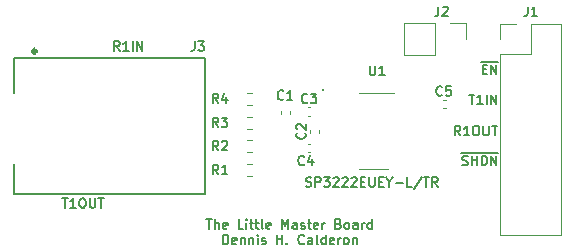
<source format=gbr>
%TF.GenerationSoftware,KiCad,Pcbnew,7.0.7*%
%TF.CreationDate,2023-09-21T17:56:25-04:00*%
%TF.ProjectId,Little_Master_Board,4c697474-6c65-45f4-9d61-737465725f42,rev?*%
%TF.SameCoordinates,Original*%
%TF.FileFunction,Legend,Top*%
%TF.FilePolarity,Positive*%
%FSLAX46Y46*%
G04 Gerber Fmt 4.6, Leading zero omitted, Abs format (unit mm)*
G04 Created by KiCad (PCBNEW 7.0.7) date 2023-09-21 17:56:25*
%MOMM*%
%LPD*%
G01*
G04 APERTURE LIST*
%ADD10C,0.150000*%
%ADD11C,0.120000*%
%ADD12C,0.100000*%
%ADD13C,0.340000*%
%ADD14C,0.127000*%
G04 APERTURE END LIST*
D10*
X120431103Y-62556095D02*
X120164436Y-62175142D01*
X119973960Y-62556095D02*
X119973960Y-61756095D01*
X119973960Y-61756095D02*
X120278722Y-61756095D01*
X120278722Y-61756095D02*
X120354912Y-61794190D01*
X120354912Y-61794190D02*
X120393007Y-61832285D01*
X120393007Y-61832285D02*
X120431103Y-61908476D01*
X120431103Y-61908476D02*
X120431103Y-62022761D01*
X120431103Y-62022761D02*
X120393007Y-62098952D01*
X120393007Y-62098952D02*
X120354912Y-62137047D01*
X120354912Y-62137047D02*
X120278722Y-62175142D01*
X120278722Y-62175142D02*
X119973960Y-62175142D01*
X121193007Y-62556095D02*
X120735864Y-62556095D01*
X120964436Y-62556095D02*
X120964436Y-61756095D01*
X120964436Y-61756095D02*
X120888245Y-61870380D01*
X120888245Y-61870380D02*
X120812055Y-61946571D01*
X120812055Y-61946571D02*
X120735864Y-61984666D01*
X121535865Y-62556095D02*
X121535865Y-61756095D01*
X121916817Y-62556095D02*
X121916817Y-61756095D01*
X121916817Y-61756095D02*
X122373960Y-62556095D01*
X122373960Y-62556095D02*
X122373960Y-61756095D01*
X150022017Y-66277295D02*
X150479160Y-66277295D01*
X150250588Y-67077295D02*
X150250588Y-66277295D01*
X151164874Y-67077295D02*
X150707731Y-67077295D01*
X150936303Y-67077295D02*
X150936303Y-66277295D01*
X150936303Y-66277295D02*
X150860112Y-66391580D01*
X150860112Y-66391580D02*
X150783922Y-66467771D01*
X150783922Y-66467771D02*
X150707731Y-66505866D01*
X151507732Y-67077295D02*
X151507732Y-66277295D01*
X151888684Y-67077295D02*
X151888684Y-66277295D01*
X151888684Y-66277295D02*
X152345827Y-67077295D01*
X152345827Y-67077295D02*
X152345827Y-66277295D01*
X151165160Y-64128997D02*
X151431826Y-64128997D01*
X151546112Y-64548045D02*
X151165160Y-64548045D01*
X151165160Y-64548045D02*
X151165160Y-63748045D01*
X151165160Y-63748045D02*
X151546112Y-63748045D01*
X151888970Y-64548045D02*
X151888970Y-63748045D01*
X151888970Y-63748045D02*
X152346113Y-64548045D01*
X152346113Y-64548045D02*
X152346113Y-63748045D01*
X151054684Y-63525950D02*
X152456589Y-63525950D01*
X127781932Y-76851095D02*
X128239075Y-76851095D01*
X128010503Y-77651095D02*
X128010503Y-76851095D01*
X128505742Y-77651095D02*
X128505742Y-76851095D01*
X128848599Y-77651095D02*
X128848599Y-77232047D01*
X128848599Y-77232047D02*
X128810504Y-77155857D01*
X128810504Y-77155857D02*
X128734313Y-77117761D01*
X128734313Y-77117761D02*
X128620027Y-77117761D01*
X128620027Y-77117761D02*
X128543837Y-77155857D01*
X128543837Y-77155857D02*
X128505742Y-77193952D01*
X129534314Y-77613000D02*
X129458123Y-77651095D01*
X129458123Y-77651095D02*
X129305742Y-77651095D01*
X129305742Y-77651095D02*
X129229552Y-77613000D01*
X129229552Y-77613000D02*
X129191456Y-77536809D01*
X129191456Y-77536809D02*
X129191456Y-77232047D01*
X129191456Y-77232047D02*
X129229552Y-77155857D01*
X129229552Y-77155857D02*
X129305742Y-77117761D01*
X129305742Y-77117761D02*
X129458123Y-77117761D01*
X129458123Y-77117761D02*
X129534314Y-77155857D01*
X129534314Y-77155857D02*
X129572409Y-77232047D01*
X129572409Y-77232047D02*
X129572409Y-77308238D01*
X129572409Y-77308238D02*
X129191456Y-77384428D01*
X130905742Y-77651095D02*
X130524790Y-77651095D01*
X130524790Y-77651095D02*
X130524790Y-76851095D01*
X131172409Y-77651095D02*
X131172409Y-77117761D01*
X131172409Y-76851095D02*
X131134313Y-76889190D01*
X131134313Y-76889190D02*
X131172409Y-76927285D01*
X131172409Y-76927285D02*
X131210504Y-76889190D01*
X131210504Y-76889190D02*
X131172409Y-76851095D01*
X131172409Y-76851095D02*
X131172409Y-76927285D01*
X131439075Y-77117761D02*
X131743837Y-77117761D01*
X131553361Y-76851095D02*
X131553361Y-77536809D01*
X131553361Y-77536809D02*
X131591456Y-77613000D01*
X131591456Y-77613000D02*
X131667646Y-77651095D01*
X131667646Y-77651095D02*
X131743837Y-77651095D01*
X131896218Y-77117761D02*
X132200980Y-77117761D01*
X132010504Y-76851095D02*
X132010504Y-77536809D01*
X132010504Y-77536809D02*
X132048599Y-77613000D01*
X132048599Y-77613000D02*
X132124789Y-77651095D01*
X132124789Y-77651095D02*
X132200980Y-77651095D01*
X132581932Y-77651095D02*
X132505742Y-77613000D01*
X132505742Y-77613000D02*
X132467647Y-77536809D01*
X132467647Y-77536809D02*
X132467647Y-76851095D01*
X133191457Y-77613000D02*
X133115266Y-77651095D01*
X133115266Y-77651095D02*
X132962885Y-77651095D01*
X132962885Y-77651095D02*
X132886695Y-77613000D01*
X132886695Y-77613000D02*
X132848599Y-77536809D01*
X132848599Y-77536809D02*
X132848599Y-77232047D01*
X132848599Y-77232047D02*
X132886695Y-77155857D01*
X132886695Y-77155857D02*
X132962885Y-77117761D01*
X132962885Y-77117761D02*
X133115266Y-77117761D01*
X133115266Y-77117761D02*
X133191457Y-77155857D01*
X133191457Y-77155857D02*
X133229552Y-77232047D01*
X133229552Y-77232047D02*
X133229552Y-77308238D01*
X133229552Y-77308238D02*
X132848599Y-77384428D01*
X134181933Y-77651095D02*
X134181933Y-76851095D01*
X134181933Y-76851095D02*
X134448599Y-77422523D01*
X134448599Y-77422523D02*
X134715266Y-76851095D01*
X134715266Y-76851095D02*
X134715266Y-77651095D01*
X135439076Y-77651095D02*
X135439076Y-77232047D01*
X135439076Y-77232047D02*
X135400981Y-77155857D01*
X135400981Y-77155857D02*
X135324790Y-77117761D01*
X135324790Y-77117761D02*
X135172409Y-77117761D01*
X135172409Y-77117761D02*
X135096219Y-77155857D01*
X135439076Y-77613000D02*
X135362885Y-77651095D01*
X135362885Y-77651095D02*
X135172409Y-77651095D01*
X135172409Y-77651095D02*
X135096219Y-77613000D01*
X135096219Y-77613000D02*
X135058123Y-77536809D01*
X135058123Y-77536809D02*
X135058123Y-77460619D01*
X135058123Y-77460619D02*
X135096219Y-77384428D01*
X135096219Y-77384428D02*
X135172409Y-77346333D01*
X135172409Y-77346333D02*
X135362885Y-77346333D01*
X135362885Y-77346333D02*
X135439076Y-77308238D01*
X135781933Y-77613000D02*
X135858124Y-77651095D01*
X135858124Y-77651095D02*
X136010505Y-77651095D01*
X136010505Y-77651095D02*
X136086695Y-77613000D01*
X136086695Y-77613000D02*
X136124791Y-77536809D01*
X136124791Y-77536809D02*
X136124791Y-77498714D01*
X136124791Y-77498714D02*
X136086695Y-77422523D01*
X136086695Y-77422523D02*
X136010505Y-77384428D01*
X136010505Y-77384428D02*
X135896219Y-77384428D01*
X135896219Y-77384428D02*
X135820029Y-77346333D01*
X135820029Y-77346333D02*
X135781933Y-77270142D01*
X135781933Y-77270142D02*
X135781933Y-77232047D01*
X135781933Y-77232047D02*
X135820029Y-77155857D01*
X135820029Y-77155857D02*
X135896219Y-77117761D01*
X135896219Y-77117761D02*
X136010505Y-77117761D01*
X136010505Y-77117761D02*
X136086695Y-77155857D01*
X136353362Y-77117761D02*
X136658124Y-77117761D01*
X136467648Y-76851095D02*
X136467648Y-77536809D01*
X136467648Y-77536809D02*
X136505743Y-77613000D01*
X136505743Y-77613000D02*
X136581933Y-77651095D01*
X136581933Y-77651095D02*
X136658124Y-77651095D01*
X137229553Y-77613000D02*
X137153362Y-77651095D01*
X137153362Y-77651095D02*
X137000981Y-77651095D01*
X137000981Y-77651095D02*
X136924791Y-77613000D01*
X136924791Y-77613000D02*
X136886695Y-77536809D01*
X136886695Y-77536809D02*
X136886695Y-77232047D01*
X136886695Y-77232047D02*
X136924791Y-77155857D01*
X136924791Y-77155857D02*
X137000981Y-77117761D01*
X137000981Y-77117761D02*
X137153362Y-77117761D01*
X137153362Y-77117761D02*
X137229553Y-77155857D01*
X137229553Y-77155857D02*
X137267648Y-77232047D01*
X137267648Y-77232047D02*
X137267648Y-77308238D01*
X137267648Y-77308238D02*
X136886695Y-77384428D01*
X137610505Y-77651095D02*
X137610505Y-77117761D01*
X137610505Y-77270142D02*
X137648600Y-77193952D01*
X137648600Y-77193952D02*
X137686695Y-77155857D01*
X137686695Y-77155857D02*
X137762886Y-77117761D01*
X137762886Y-77117761D02*
X137839076Y-77117761D01*
X138981933Y-77232047D02*
X139096219Y-77270142D01*
X139096219Y-77270142D02*
X139134314Y-77308238D01*
X139134314Y-77308238D02*
X139172410Y-77384428D01*
X139172410Y-77384428D02*
X139172410Y-77498714D01*
X139172410Y-77498714D02*
X139134314Y-77574904D01*
X139134314Y-77574904D02*
X139096219Y-77613000D01*
X139096219Y-77613000D02*
X139020029Y-77651095D01*
X139020029Y-77651095D02*
X138715267Y-77651095D01*
X138715267Y-77651095D02*
X138715267Y-76851095D01*
X138715267Y-76851095D02*
X138981933Y-76851095D01*
X138981933Y-76851095D02*
X139058124Y-76889190D01*
X139058124Y-76889190D02*
X139096219Y-76927285D01*
X139096219Y-76927285D02*
X139134314Y-77003476D01*
X139134314Y-77003476D02*
X139134314Y-77079666D01*
X139134314Y-77079666D02*
X139096219Y-77155857D01*
X139096219Y-77155857D02*
X139058124Y-77193952D01*
X139058124Y-77193952D02*
X138981933Y-77232047D01*
X138981933Y-77232047D02*
X138715267Y-77232047D01*
X139629552Y-77651095D02*
X139553362Y-77613000D01*
X139553362Y-77613000D02*
X139515267Y-77574904D01*
X139515267Y-77574904D02*
X139477171Y-77498714D01*
X139477171Y-77498714D02*
X139477171Y-77270142D01*
X139477171Y-77270142D02*
X139515267Y-77193952D01*
X139515267Y-77193952D02*
X139553362Y-77155857D01*
X139553362Y-77155857D02*
X139629552Y-77117761D01*
X139629552Y-77117761D02*
X139743838Y-77117761D01*
X139743838Y-77117761D02*
X139820029Y-77155857D01*
X139820029Y-77155857D02*
X139858124Y-77193952D01*
X139858124Y-77193952D02*
X139896219Y-77270142D01*
X139896219Y-77270142D02*
X139896219Y-77498714D01*
X139896219Y-77498714D02*
X139858124Y-77574904D01*
X139858124Y-77574904D02*
X139820029Y-77613000D01*
X139820029Y-77613000D02*
X139743838Y-77651095D01*
X139743838Y-77651095D02*
X139629552Y-77651095D01*
X140581934Y-77651095D02*
X140581934Y-77232047D01*
X140581934Y-77232047D02*
X140543839Y-77155857D01*
X140543839Y-77155857D02*
X140467648Y-77117761D01*
X140467648Y-77117761D02*
X140315267Y-77117761D01*
X140315267Y-77117761D02*
X140239077Y-77155857D01*
X140581934Y-77613000D02*
X140505743Y-77651095D01*
X140505743Y-77651095D02*
X140315267Y-77651095D01*
X140315267Y-77651095D02*
X140239077Y-77613000D01*
X140239077Y-77613000D02*
X140200981Y-77536809D01*
X140200981Y-77536809D02*
X140200981Y-77460619D01*
X140200981Y-77460619D02*
X140239077Y-77384428D01*
X140239077Y-77384428D02*
X140315267Y-77346333D01*
X140315267Y-77346333D02*
X140505743Y-77346333D01*
X140505743Y-77346333D02*
X140581934Y-77308238D01*
X140962887Y-77651095D02*
X140962887Y-77117761D01*
X140962887Y-77270142D02*
X141000982Y-77193952D01*
X141000982Y-77193952D02*
X141039077Y-77155857D01*
X141039077Y-77155857D02*
X141115268Y-77117761D01*
X141115268Y-77117761D02*
X141191458Y-77117761D01*
X141800982Y-77651095D02*
X141800982Y-76851095D01*
X141800982Y-77613000D02*
X141724791Y-77651095D01*
X141724791Y-77651095D02*
X141572410Y-77651095D01*
X141572410Y-77651095D02*
X141496220Y-77613000D01*
X141496220Y-77613000D02*
X141458125Y-77574904D01*
X141458125Y-77574904D02*
X141420029Y-77498714D01*
X141420029Y-77498714D02*
X141420029Y-77270142D01*
X141420029Y-77270142D02*
X141458125Y-77193952D01*
X141458125Y-77193952D02*
X141496220Y-77155857D01*
X141496220Y-77155857D02*
X141572410Y-77117761D01*
X141572410Y-77117761D02*
X141724791Y-77117761D01*
X141724791Y-77117761D02*
X141800982Y-77155857D01*
X129191456Y-78939095D02*
X129191456Y-78139095D01*
X129191456Y-78139095D02*
X129381932Y-78139095D01*
X129381932Y-78139095D02*
X129496218Y-78177190D01*
X129496218Y-78177190D02*
X129572408Y-78253380D01*
X129572408Y-78253380D02*
X129610503Y-78329571D01*
X129610503Y-78329571D02*
X129648599Y-78481952D01*
X129648599Y-78481952D02*
X129648599Y-78596238D01*
X129648599Y-78596238D02*
X129610503Y-78748619D01*
X129610503Y-78748619D02*
X129572408Y-78824809D01*
X129572408Y-78824809D02*
X129496218Y-78901000D01*
X129496218Y-78901000D02*
X129381932Y-78939095D01*
X129381932Y-78939095D02*
X129191456Y-78939095D01*
X130296218Y-78901000D02*
X130220027Y-78939095D01*
X130220027Y-78939095D02*
X130067646Y-78939095D01*
X130067646Y-78939095D02*
X129991456Y-78901000D01*
X129991456Y-78901000D02*
X129953360Y-78824809D01*
X129953360Y-78824809D02*
X129953360Y-78520047D01*
X129953360Y-78520047D02*
X129991456Y-78443857D01*
X129991456Y-78443857D02*
X130067646Y-78405761D01*
X130067646Y-78405761D02*
X130220027Y-78405761D01*
X130220027Y-78405761D02*
X130296218Y-78443857D01*
X130296218Y-78443857D02*
X130334313Y-78520047D01*
X130334313Y-78520047D02*
X130334313Y-78596238D01*
X130334313Y-78596238D02*
X129953360Y-78672428D01*
X130677170Y-78405761D02*
X130677170Y-78939095D01*
X130677170Y-78481952D02*
X130715265Y-78443857D01*
X130715265Y-78443857D02*
X130791455Y-78405761D01*
X130791455Y-78405761D02*
X130905741Y-78405761D01*
X130905741Y-78405761D02*
X130981932Y-78443857D01*
X130981932Y-78443857D02*
X131020027Y-78520047D01*
X131020027Y-78520047D02*
X131020027Y-78939095D01*
X131400980Y-78405761D02*
X131400980Y-78939095D01*
X131400980Y-78481952D02*
X131439075Y-78443857D01*
X131439075Y-78443857D02*
X131515265Y-78405761D01*
X131515265Y-78405761D02*
X131629551Y-78405761D01*
X131629551Y-78405761D02*
X131705742Y-78443857D01*
X131705742Y-78443857D02*
X131743837Y-78520047D01*
X131743837Y-78520047D02*
X131743837Y-78939095D01*
X132124790Y-78939095D02*
X132124790Y-78405761D01*
X132124790Y-78139095D02*
X132086694Y-78177190D01*
X132086694Y-78177190D02*
X132124790Y-78215285D01*
X132124790Y-78215285D02*
X132162885Y-78177190D01*
X132162885Y-78177190D02*
X132124790Y-78139095D01*
X132124790Y-78139095D02*
X132124790Y-78215285D01*
X132467646Y-78901000D02*
X132543837Y-78939095D01*
X132543837Y-78939095D02*
X132696218Y-78939095D01*
X132696218Y-78939095D02*
X132772408Y-78901000D01*
X132772408Y-78901000D02*
X132810504Y-78824809D01*
X132810504Y-78824809D02*
X132810504Y-78786714D01*
X132810504Y-78786714D02*
X132772408Y-78710523D01*
X132772408Y-78710523D02*
X132696218Y-78672428D01*
X132696218Y-78672428D02*
X132581932Y-78672428D01*
X132581932Y-78672428D02*
X132505742Y-78634333D01*
X132505742Y-78634333D02*
X132467646Y-78558142D01*
X132467646Y-78558142D02*
X132467646Y-78520047D01*
X132467646Y-78520047D02*
X132505742Y-78443857D01*
X132505742Y-78443857D02*
X132581932Y-78405761D01*
X132581932Y-78405761D02*
X132696218Y-78405761D01*
X132696218Y-78405761D02*
X132772408Y-78443857D01*
X133762885Y-78939095D02*
X133762885Y-78139095D01*
X133762885Y-78520047D02*
X134220028Y-78520047D01*
X134220028Y-78939095D02*
X134220028Y-78139095D01*
X134600980Y-78862904D02*
X134639075Y-78901000D01*
X134639075Y-78901000D02*
X134600980Y-78939095D01*
X134600980Y-78939095D02*
X134562884Y-78901000D01*
X134562884Y-78901000D02*
X134600980Y-78862904D01*
X134600980Y-78862904D02*
X134600980Y-78939095D01*
X136048599Y-78862904D02*
X136010503Y-78901000D01*
X136010503Y-78901000D02*
X135896218Y-78939095D01*
X135896218Y-78939095D02*
X135820027Y-78939095D01*
X135820027Y-78939095D02*
X135705741Y-78901000D01*
X135705741Y-78901000D02*
X135629551Y-78824809D01*
X135629551Y-78824809D02*
X135591456Y-78748619D01*
X135591456Y-78748619D02*
X135553360Y-78596238D01*
X135553360Y-78596238D02*
X135553360Y-78481952D01*
X135553360Y-78481952D02*
X135591456Y-78329571D01*
X135591456Y-78329571D02*
X135629551Y-78253380D01*
X135629551Y-78253380D02*
X135705741Y-78177190D01*
X135705741Y-78177190D02*
X135820027Y-78139095D01*
X135820027Y-78139095D02*
X135896218Y-78139095D01*
X135896218Y-78139095D02*
X136010503Y-78177190D01*
X136010503Y-78177190D02*
X136048599Y-78215285D01*
X136734313Y-78939095D02*
X136734313Y-78520047D01*
X136734313Y-78520047D02*
X136696218Y-78443857D01*
X136696218Y-78443857D02*
X136620027Y-78405761D01*
X136620027Y-78405761D02*
X136467646Y-78405761D01*
X136467646Y-78405761D02*
X136391456Y-78443857D01*
X136734313Y-78901000D02*
X136658122Y-78939095D01*
X136658122Y-78939095D02*
X136467646Y-78939095D01*
X136467646Y-78939095D02*
X136391456Y-78901000D01*
X136391456Y-78901000D02*
X136353360Y-78824809D01*
X136353360Y-78824809D02*
X136353360Y-78748619D01*
X136353360Y-78748619D02*
X136391456Y-78672428D01*
X136391456Y-78672428D02*
X136467646Y-78634333D01*
X136467646Y-78634333D02*
X136658122Y-78634333D01*
X136658122Y-78634333D02*
X136734313Y-78596238D01*
X137229551Y-78939095D02*
X137153361Y-78901000D01*
X137153361Y-78901000D02*
X137115266Y-78824809D01*
X137115266Y-78824809D02*
X137115266Y-78139095D01*
X137877171Y-78939095D02*
X137877171Y-78139095D01*
X137877171Y-78901000D02*
X137800980Y-78939095D01*
X137800980Y-78939095D02*
X137648599Y-78939095D01*
X137648599Y-78939095D02*
X137572409Y-78901000D01*
X137572409Y-78901000D02*
X137534314Y-78862904D01*
X137534314Y-78862904D02*
X137496218Y-78786714D01*
X137496218Y-78786714D02*
X137496218Y-78558142D01*
X137496218Y-78558142D02*
X137534314Y-78481952D01*
X137534314Y-78481952D02*
X137572409Y-78443857D01*
X137572409Y-78443857D02*
X137648599Y-78405761D01*
X137648599Y-78405761D02*
X137800980Y-78405761D01*
X137800980Y-78405761D02*
X137877171Y-78443857D01*
X138562886Y-78901000D02*
X138486695Y-78939095D01*
X138486695Y-78939095D02*
X138334314Y-78939095D01*
X138334314Y-78939095D02*
X138258124Y-78901000D01*
X138258124Y-78901000D02*
X138220028Y-78824809D01*
X138220028Y-78824809D02*
X138220028Y-78520047D01*
X138220028Y-78520047D02*
X138258124Y-78443857D01*
X138258124Y-78443857D02*
X138334314Y-78405761D01*
X138334314Y-78405761D02*
X138486695Y-78405761D01*
X138486695Y-78405761D02*
X138562886Y-78443857D01*
X138562886Y-78443857D02*
X138600981Y-78520047D01*
X138600981Y-78520047D02*
X138600981Y-78596238D01*
X138600981Y-78596238D02*
X138220028Y-78672428D01*
X138943838Y-78939095D02*
X138943838Y-78405761D01*
X138943838Y-78558142D02*
X138981933Y-78481952D01*
X138981933Y-78481952D02*
X139020028Y-78443857D01*
X139020028Y-78443857D02*
X139096219Y-78405761D01*
X139096219Y-78405761D02*
X139172409Y-78405761D01*
X139553361Y-78939095D02*
X139477171Y-78901000D01*
X139477171Y-78901000D02*
X139439076Y-78862904D01*
X139439076Y-78862904D02*
X139400980Y-78786714D01*
X139400980Y-78786714D02*
X139400980Y-78558142D01*
X139400980Y-78558142D02*
X139439076Y-78481952D01*
X139439076Y-78481952D02*
X139477171Y-78443857D01*
X139477171Y-78443857D02*
X139553361Y-78405761D01*
X139553361Y-78405761D02*
X139667647Y-78405761D01*
X139667647Y-78405761D02*
X139743838Y-78443857D01*
X139743838Y-78443857D02*
X139781933Y-78481952D01*
X139781933Y-78481952D02*
X139820028Y-78558142D01*
X139820028Y-78558142D02*
X139820028Y-78786714D01*
X139820028Y-78786714D02*
X139781933Y-78862904D01*
X139781933Y-78862904D02*
X139743838Y-78901000D01*
X139743838Y-78901000D02*
X139667647Y-78939095D01*
X139667647Y-78939095D02*
X139553361Y-78939095D01*
X140162886Y-78405761D02*
X140162886Y-78939095D01*
X140162886Y-78481952D02*
X140200981Y-78443857D01*
X140200981Y-78443857D02*
X140277171Y-78405761D01*
X140277171Y-78405761D02*
X140391457Y-78405761D01*
X140391457Y-78405761D02*
X140467648Y-78443857D01*
X140467648Y-78443857D02*
X140505743Y-78520047D01*
X140505743Y-78520047D02*
X140505743Y-78939095D01*
X136193630Y-74024200D02*
X136307916Y-74062295D01*
X136307916Y-74062295D02*
X136498392Y-74062295D01*
X136498392Y-74062295D02*
X136574583Y-74024200D01*
X136574583Y-74024200D02*
X136612678Y-73986104D01*
X136612678Y-73986104D02*
X136650773Y-73909914D01*
X136650773Y-73909914D02*
X136650773Y-73833723D01*
X136650773Y-73833723D02*
X136612678Y-73757533D01*
X136612678Y-73757533D02*
X136574583Y-73719438D01*
X136574583Y-73719438D02*
X136498392Y-73681342D01*
X136498392Y-73681342D02*
X136346011Y-73643247D01*
X136346011Y-73643247D02*
X136269821Y-73605152D01*
X136269821Y-73605152D02*
X136231726Y-73567057D01*
X136231726Y-73567057D02*
X136193630Y-73490866D01*
X136193630Y-73490866D02*
X136193630Y-73414676D01*
X136193630Y-73414676D02*
X136231726Y-73338485D01*
X136231726Y-73338485D02*
X136269821Y-73300390D01*
X136269821Y-73300390D02*
X136346011Y-73262295D01*
X136346011Y-73262295D02*
X136536488Y-73262295D01*
X136536488Y-73262295D02*
X136650773Y-73300390D01*
X136993631Y-74062295D02*
X136993631Y-73262295D01*
X136993631Y-73262295D02*
X137298393Y-73262295D01*
X137298393Y-73262295D02*
X137374583Y-73300390D01*
X137374583Y-73300390D02*
X137412678Y-73338485D01*
X137412678Y-73338485D02*
X137450774Y-73414676D01*
X137450774Y-73414676D02*
X137450774Y-73528961D01*
X137450774Y-73528961D02*
X137412678Y-73605152D01*
X137412678Y-73605152D02*
X137374583Y-73643247D01*
X137374583Y-73643247D02*
X137298393Y-73681342D01*
X137298393Y-73681342D02*
X136993631Y-73681342D01*
X137717440Y-73262295D02*
X138212678Y-73262295D01*
X138212678Y-73262295D02*
X137946012Y-73567057D01*
X137946012Y-73567057D02*
X138060297Y-73567057D01*
X138060297Y-73567057D02*
X138136488Y-73605152D01*
X138136488Y-73605152D02*
X138174583Y-73643247D01*
X138174583Y-73643247D02*
X138212678Y-73719438D01*
X138212678Y-73719438D02*
X138212678Y-73909914D01*
X138212678Y-73909914D02*
X138174583Y-73986104D01*
X138174583Y-73986104D02*
X138136488Y-74024200D01*
X138136488Y-74024200D02*
X138060297Y-74062295D01*
X138060297Y-74062295D02*
X137831726Y-74062295D01*
X137831726Y-74062295D02*
X137755535Y-74024200D01*
X137755535Y-74024200D02*
X137717440Y-73986104D01*
X138517440Y-73338485D02*
X138555536Y-73300390D01*
X138555536Y-73300390D02*
X138631726Y-73262295D01*
X138631726Y-73262295D02*
X138822202Y-73262295D01*
X138822202Y-73262295D02*
X138898393Y-73300390D01*
X138898393Y-73300390D02*
X138936488Y-73338485D01*
X138936488Y-73338485D02*
X138974583Y-73414676D01*
X138974583Y-73414676D02*
X138974583Y-73490866D01*
X138974583Y-73490866D02*
X138936488Y-73605152D01*
X138936488Y-73605152D02*
X138479345Y-74062295D01*
X138479345Y-74062295D02*
X138974583Y-74062295D01*
X139279345Y-73338485D02*
X139317441Y-73300390D01*
X139317441Y-73300390D02*
X139393631Y-73262295D01*
X139393631Y-73262295D02*
X139584107Y-73262295D01*
X139584107Y-73262295D02*
X139660298Y-73300390D01*
X139660298Y-73300390D02*
X139698393Y-73338485D01*
X139698393Y-73338485D02*
X139736488Y-73414676D01*
X139736488Y-73414676D02*
X139736488Y-73490866D01*
X139736488Y-73490866D02*
X139698393Y-73605152D01*
X139698393Y-73605152D02*
X139241250Y-74062295D01*
X139241250Y-74062295D02*
X139736488Y-74062295D01*
X140041250Y-73338485D02*
X140079346Y-73300390D01*
X140079346Y-73300390D02*
X140155536Y-73262295D01*
X140155536Y-73262295D02*
X140346012Y-73262295D01*
X140346012Y-73262295D02*
X140422203Y-73300390D01*
X140422203Y-73300390D02*
X140460298Y-73338485D01*
X140460298Y-73338485D02*
X140498393Y-73414676D01*
X140498393Y-73414676D02*
X140498393Y-73490866D01*
X140498393Y-73490866D02*
X140460298Y-73605152D01*
X140460298Y-73605152D02*
X140003155Y-74062295D01*
X140003155Y-74062295D02*
X140498393Y-74062295D01*
X140841251Y-73643247D02*
X141107917Y-73643247D01*
X141222203Y-74062295D02*
X140841251Y-74062295D01*
X140841251Y-74062295D02*
X140841251Y-73262295D01*
X140841251Y-73262295D02*
X141222203Y-73262295D01*
X141565061Y-73262295D02*
X141565061Y-73909914D01*
X141565061Y-73909914D02*
X141603156Y-73986104D01*
X141603156Y-73986104D02*
X141641251Y-74024200D01*
X141641251Y-74024200D02*
X141717442Y-74062295D01*
X141717442Y-74062295D02*
X141869823Y-74062295D01*
X141869823Y-74062295D02*
X141946013Y-74024200D01*
X141946013Y-74024200D02*
X141984108Y-73986104D01*
X141984108Y-73986104D02*
X142022204Y-73909914D01*
X142022204Y-73909914D02*
X142022204Y-73262295D01*
X142403156Y-73643247D02*
X142669822Y-73643247D01*
X142784108Y-74062295D02*
X142403156Y-74062295D01*
X142403156Y-74062295D02*
X142403156Y-73262295D01*
X142403156Y-73262295D02*
X142784108Y-73262295D01*
X143279347Y-73681342D02*
X143279347Y-74062295D01*
X143012680Y-73262295D02*
X143279347Y-73681342D01*
X143279347Y-73681342D02*
X143546013Y-73262295D01*
X143812680Y-73757533D02*
X144422204Y-73757533D01*
X145184108Y-74062295D02*
X144803156Y-74062295D01*
X144803156Y-74062295D02*
X144803156Y-73262295D01*
X146022203Y-73224200D02*
X145336489Y-74252771D01*
X146174584Y-73262295D02*
X146631727Y-73262295D01*
X146403155Y-74062295D02*
X146403155Y-73262295D01*
X147355537Y-74062295D02*
X147088870Y-73681342D01*
X146898394Y-74062295D02*
X146898394Y-73262295D01*
X146898394Y-73262295D02*
X147203156Y-73262295D01*
X147203156Y-73262295D02*
X147279346Y-73300390D01*
X147279346Y-73300390D02*
X147317441Y-73338485D01*
X147317441Y-73338485D02*
X147355537Y-73414676D01*
X147355537Y-73414676D02*
X147355537Y-73528961D01*
X147355537Y-73528961D02*
X147317441Y-73605152D01*
X147317441Y-73605152D02*
X147279346Y-73643247D01*
X147279346Y-73643247D02*
X147203156Y-73681342D01*
X147203156Y-73681342D02*
X146898394Y-73681342D01*
X149285503Y-69732212D02*
X149018836Y-69351259D01*
X148828360Y-69732212D02*
X148828360Y-68932212D01*
X148828360Y-68932212D02*
X149133122Y-68932212D01*
X149133122Y-68932212D02*
X149209312Y-68970307D01*
X149209312Y-68970307D02*
X149247407Y-69008402D01*
X149247407Y-69008402D02*
X149285503Y-69084593D01*
X149285503Y-69084593D02*
X149285503Y-69198878D01*
X149285503Y-69198878D02*
X149247407Y-69275069D01*
X149247407Y-69275069D02*
X149209312Y-69313164D01*
X149209312Y-69313164D02*
X149133122Y-69351259D01*
X149133122Y-69351259D02*
X148828360Y-69351259D01*
X150047407Y-69732212D02*
X149590264Y-69732212D01*
X149818836Y-69732212D02*
X149818836Y-68932212D01*
X149818836Y-68932212D02*
X149742645Y-69046497D01*
X149742645Y-69046497D02*
X149666455Y-69122688D01*
X149666455Y-69122688D02*
X149590264Y-69160783D01*
X150542646Y-68932212D02*
X150695027Y-68932212D01*
X150695027Y-68932212D02*
X150771217Y-68970307D01*
X150771217Y-68970307D02*
X150847408Y-69046497D01*
X150847408Y-69046497D02*
X150885503Y-69198878D01*
X150885503Y-69198878D02*
X150885503Y-69465545D01*
X150885503Y-69465545D02*
X150847408Y-69617926D01*
X150847408Y-69617926D02*
X150771217Y-69694117D01*
X150771217Y-69694117D02*
X150695027Y-69732212D01*
X150695027Y-69732212D02*
X150542646Y-69732212D01*
X150542646Y-69732212D02*
X150466455Y-69694117D01*
X150466455Y-69694117D02*
X150390265Y-69617926D01*
X150390265Y-69617926D02*
X150352169Y-69465545D01*
X150352169Y-69465545D02*
X150352169Y-69198878D01*
X150352169Y-69198878D02*
X150390265Y-69046497D01*
X150390265Y-69046497D02*
X150466455Y-68970307D01*
X150466455Y-68970307D02*
X150542646Y-68932212D01*
X151228360Y-68932212D02*
X151228360Y-69579831D01*
X151228360Y-69579831D02*
X151266455Y-69656021D01*
X151266455Y-69656021D02*
X151304550Y-69694117D01*
X151304550Y-69694117D02*
X151380741Y-69732212D01*
X151380741Y-69732212D02*
X151533122Y-69732212D01*
X151533122Y-69732212D02*
X151609312Y-69694117D01*
X151609312Y-69694117D02*
X151647407Y-69656021D01*
X151647407Y-69656021D02*
X151685503Y-69579831D01*
X151685503Y-69579831D02*
X151685503Y-68932212D01*
X151952169Y-68932212D02*
X152409312Y-68932212D01*
X152180740Y-69732212D02*
X152180740Y-68932212D01*
X149450588Y-72234117D02*
X149564874Y-72272212D01*
X149564874Y-72272212D02*
X149755350Y-72272212D01*
X149755350Y-72272212D02*
X149831541Y-72234117D01*
X149831541Y-72234117D02*
X149869636Y-72196021D01*
X149869636Y-72196021D02*
X149907731Y-72119831D01*
X149907731Y-72119831D02*
X149907731Y-72043640D01*
X149907731Y-72043640D02*
X149869636Y-71967450D01*
X149869636Y-71967450D02*
X149831541Y-71929355D01*
X149831541Y-71929355D02*
X149755350Y-71891259D01*
X149755350Y-71891259D02*
X149602969Y-71853164D01*
X149602969Y-71853164D02*
X149526779Y-71815069D01*
X149526779Y-71815069D02*
X149488684Y-71776974D01*
X149488684Y-71776974D02*
X149450588Y-71700783D01*
X149450588Y-71700783D02*
X149450588Y-71624593D01*
X149450588Y-71624593D02*
X149488684Y-71548402D01*
X149488684Y-71548402D02*
X149526779Y-71510307D01*
X149526779Y-71510307D02*
X149602969Y-71472212D01*
X149602969Y-71472212D02*
X149793446Y-71472212D01*
X149793446Y-71472212D02*
X149907731Y-71510307D01*
X150250589Y-72272212D02*
X150250589Y-71472212D01*
X150250589Y-71853164D02*
X150707732Y-71853164D01*
X150707732Y-72272212D02*
X150707732Y-71472212D01*
X151088684Y-72272212D02*
X151088684Y-71472212D01*
X151088684Y-71472212D02*
X151279160Y-71472212D01*
X151279160Y-71472212D02*
X151393446Y-71510307D01*
X151393446Y-71510307D02*
X151469636Y-71586497D01*
X151469636Y-71586497D02*
X151507731Y-71662688D01*
X151507731Y-71662688D02*
X151545827Y-71815069D01*
X151545827Y-71815069D02*
X151545827Y-71929355D01*
X151545827Y-71929355D02*
X151507731Y-72081736D01*
X151507731Y-72081736D02*
X151469636Y-72157926D01*
X151469636Y-72157926D02*
X151393446Y-72234117D01*
X151393446Y-72234117D02*
X151279160Y-72272212D01*
X151279160Y-72272212D02*
X151088684Y-72272212D01*
X151888684Y-72272212D02*
X151888684Y-71472212D01*
X151888684Y-71472212D02*
X152345827Y-72272212D01*
X152345827Y-72272212D02*
X152345827Y-71472212D01*
X149378208Y-71250117D02*
X152456303Y-71250117D01*
X115592474Y-75065695D02*
X116049617Y-75065695D01*
X115821045Y-75865695D02*
X115821045Y-75065695D01*
X116735331Y-75865695D02*
X116278188Y-75865695D01*
X116506760Y-75865695D02*
X116506760Y-75065695D01*
X116506760Y-75065695D02*
X116430569Y-75179980D01*
X116430569Y-75179980D02*
X116354379Y-75256171D01*
X116354379Y-75256171D02*
X116278188Y-75294266D01*
X117230570Y-75065695D02*
X117382951Y-75065695D01*
X117382951Y-75065695D02*
X117459141Y-75103790D01*
X117459141Y-75103790D02*
X117535332Y-75179980D01*
X117535332Y-75179980D02*
X117573427Y-75332361D01*
X117573427Y-75332361D02*
X117573427Y-75599028D01*
X117573427Y-75599028D02*
X117535332Y-75751409D01*
X117535332Y-75751409D02*
X117459141Y-75827600D01*
X117459141Y-75827600D02*
X117382951Y-75865695D01*
X117382951Y-75865695D02*
X117230570Y-75865695D01*
X117230570Y-75865695D02*
X117154379Y-75827600D01*
X117154379Y-75827600D02*
X117078189Y-75751409D01*
X117078189Y-75751409D02*
X117040093Y-75599028D01*
X117040093Y-75599028D02*
X117040093Y-75332361D01*
X117040093Y-75332361D02*
X117078189Y-75179980D01*
X117078189Y-75179980D02*
X117154379Y-75103790D01*
X117154379Y-75103790D02*
X117230570Y-75065695D01*
X117916284Y-75065695D02*
X117916284Y-75713314D01*
X117916284Y-75713314D02*
X117954379Y-75789504D01*
X117954379Y-75789504D02*
X117992474Y-75827600D01*
X117992474Y-75827600D02*
X118068665Y-75865695D01*
X118068665Y-75865695D02*
X118221046Y-75865695D01*
X118221046Y-75865695D02*
X118297236Y-75827600D01*
X118297236Y-75827600D02*
X118335331Y-75789504D01*
X118335331Y-75789504D02*
X118373427Y-75713314D01*
X118373427Y-75713314D02*
X118373427Y-75065695D01*
X118640093Y-75065695D02*
X119097236Y-75065695D01*
X118868664Y-75865695D02*
X118868664Y-75065695D01*
X134307667Y-66653704D02*
X134269571Y-66691800D01*
X134269571Y-66691800D02*
X134155286Y-66729895D01*
X134155286Y-66729895D02*
X134079095Y-66729895D01*
X134079095Y-66729895D02*
X133964809Y-66691800D01*
X133964809Y-66691800D02*
X133888619Y-66615609D01*
X133888619Y-66615609D02*
X133850524Y-66539419D01*
X133850524Y-66539419D02*
X133812428Y-66387038D01*
X133812428Y-66387038D02*
X133812428Y-66272752D01*
X133812428Y-66272752D02*
X133850524Y-66120371D01*
X133850524Y-66120371D02*
X133888619Y-66044180D01*
X133888619Y-66044180D02*
X133964809Y-65967990D01*
X133964809Y-65967990D02*
X134079095Y-65929895D01*
X134079095Y-65929895D02*
X134155286Y-65929895D01*
X134155286Y-65929895D02*
X134269571Y-65967990D01*
X134269571Y-65967990D02*
X134307667Y-66006085D01*
X135069571Y-66729895D02*
X134612428Y-66729895D01*
X134841000Y-66729895D02*
X134841000Y-65929895D01*
X134841000Y-65929895D02*
X134764809Y-66044180D01*
X134764809Y-66044180D02*
X134688619Y-66120371D01*
X134688619Y-66120371D02*
X134612428Y-66158466D01*
X141630476Y-63824295D02*
X141630476Y-64471914D01*
X141630476Y-64471914D02*
X141668571Y-64548104D01*
X141668571Y-64548104D02*
X141706666Y-64586200D01*
X141706666Y-64586200D02*
X141782857Y-64624295D01*
X141782857Y-64624295D02*
X141935238Y-64624295D01*
X141935238Y-64624295D02*
X142011428Y-64586200D01*
X142011428Y-64586200D02*
X142049523Y-64548104D01*
X142049523Y-64548104D02*
X142087619Y-64471914D01*
X142087619Y-64471914D02*
X142087619Y-63824295D01*
X142887618Y-64624295D02*
X142430475Y-64624295D01*
X142659047Y-64624295D02*
X142659047Y-63824295D01*
X142659047Y-63824295D02*
X142582856Y-63938580D01*
X142582856Y-63938580D02*
X142506666Y-64014771D01*
X142506666Y-64014771D02*
X142430475Y-64052866D01*
X154978133Y-58827295D02*
X154978133Y-59398723D01*
X154978133Y-59398723D02*
X154940038Y-59513009D01*
X154940038Y-59513009D02*
X154863847Y-59589200D01*
X154863847Y-59589200D02*
X154749562Y-59627295D01*
X154749562Y-59627295D02*
X154673371Y-59627295D01*
X155778133Y-59627295D02*
X155320990Y-59627295D01*
X155549562Y-59627295D02*
X155549562Y-58827295D01*
X155549562Y-58827295D02*
X155473371Y-58941580D01*
X155473371Y-58941580D02*
X155397181Y-59017771D01*
X155397181Y-59017771D02*
X155320990Y-59055866D01*
X136342267Y-66910304D02*
X136304171Y-66948400D01*
X136304171Y-66948400D02*
X136189886Y-66986495D01*
X136189886Y-66986495D02*
X136113695Y-66986495D01*
X136113695Y-66986495D02*
X135999409Y-66948400D01*
X135999409Y-66948400D02*
X135923219Y-66872209D01*
X135923219Y-66872209D02*
X135885124Y-66796019D01*
X135885124Y-66796019D02*
X135847028Y-66643638D01*
X135847028Y-66643638D02*
X135847028Y-66529352D01*
X135847028Y-66529352D02*
X135885124Y-66376971D01*
X135885124Y-66376971D02*
X135923219Y-66300780D01*
X135923219Y-66300780D02*
X135999409Y-66224590D01*
X135999409Y-66224590D02*
X136113695Y-66186495D01*
X136113695Y-66186495D02*
X136189886Y-66186495D01*
X136189886Y-66186495D02*
X136304171Y-66224590D01*
X136304171Y-66224590D02*
X136342267Y-66262685D01*
X136608933Y-66186495D02*
X137104171Y-66186495D01*
X137104171Y-66186495D02*
X136837505Y-66491257D01*
X136837505Y-66491257D02*
X136951790Y-66491257D01*
X136951790Y-66491257D02*
X137027981Y-66529352D01*
X137027981Y-66529352D02*
X137066076Y-66567447D01*
X137066076Y-66567447D02*
X137104171Y-66643638D01*
X137104171Y-66643638D02*
X137104171Y-66834114D01*
X137104171Y-66834114D02*
X137066076Y-66910304D01*
X137066076Y-66910304D02*
X137027981Y-66948400D01*
X137027981Y-66948400D02*
X136951790Y-66986495D01*
X136951790Y-66986495D02*
X136723219Y-66986495D01*
X136723219Y-66986495D02*
X136647028Y-66948400D01*
X136647028Y-66948400D02*
X136608933Y-66910304D01*
X136124104Y-69526132D02*
X136162200Y-69564228D01*
X136162200Y-69564228D02*
X136200295Y-69678513D01*
X136200295Y-69678513D02*
X136200295Y-69754704D01*
X136200295Y-69754704D02*
X136162200Y-69868990D01*
X136162200Y-69868990D02*
X136086009Y-69945180D01*
X136086009Y-69945180D02*
X136009819Y-69983275D01*
X136009819Y-69983275D02*
X135857438Y-70021371D01*
X135857438Y-70021371D02*
X135743152Y-70021371D01*
X135743152Y-70021371D02*
X135590771Y-69983275D01*
X135590771Y-69983275D02*
X135514580Y-69945180D01*
X135514580Y-69945180D02*
X135438390Y-69868990D01*
X135438390Y-69868990D02*
X135400295Y-69754704D01*
X135400295Y-69754704D02*
X135400295Y-69678513D01*
X135400295Y-69678513D02*
X135438390Y-69564228D01*
X135438390Y-69564228D02*
X135476485Y-69526132D01*
X135476485Y-69221371D02*
X135438390Y-69183275D01*
X135438390Y-69183275D02*
X135400295Y-69107085D01*
X135400295Y-69107085D02*
X135400295Y-68916609D01*
X135400295Y-68916609D02*
X135438390Y-68840418D01*
X135438390Y-68840418D02*
X135476485Y-68802323D01*
X135476485Y-68802323D02*
X135552676Y-68764228D01*
X135552676Y-68764228D02*
X135628866Y-68764228D01*
X135628866Y-68764228D02*
X135743152Y-68802323D01*
X135743152Y-68802323D02*
X136200295Y-69259466D01*
X136200295Y-69259466D02*
X136200295Y-68764228D01*
X136062867Y-72193504D02*
X136024771Y-72231600D01*
X136024771Y-72231600D02*
X135910486Y-72269695D01*
X135910486Y-72269695D02*
X135834295Y-72269695D01*
X135834295Y-72269695D02*
X135720009Y-72231600D01*
X135720009Y-72231600D02*
X135643819Y-72155409D01*
X135643819Y-72155409D02*
X135605724Y-72079219D01*
X135605724Y-72079219D02*
X135567628Y-71926838D01*
X135567628Y-71926838D02*
X135567628Y-71812552D01*
X135567628Y-71812552D02*
X135605724Y-71660171D01*
X135605724Y-71660171D02*
X135643819Y-71583980D01*
X135643819Y-71583980D02*
X135720009Y-71507790D01*
X135720009Y-71507790D02*
X135834295Y-71469695D01*
X135834295Y-71469695D02*
X135910486Y-71469695D01*
X135910486Y-71469695D02*
X136024771Y-71507790D01*
X136024771Y-71507790D02*
X136062867Y-71545885D01*
X136748581Y-71736361D02*
X136748581Y-72269695D01*
X136558105Y-71431600D02*
X136367628Y-72003028D01*
X136367628Y-72003028D02*
X136862867Y-72003028D01*
X126788733Y-61782045D02*
X126788733Y-62353473D01*
X126788733Y-62353473D02*
X126750638Y-62467759D01*
X126750638Y-62467759D02*
X126674447Y-62543950D01*
X126674447Y-62543950D02*
X126560162Y-62582045D01*
X126560162Y-62582045D02*
X126483971Y-62582045D01*
X127093495Y-61782045D02*
X127588733Y-61782045D01*
X127588733Y-61782045D02*
X127322067Y-62086807D01*
X127322067Y-62086807D02*
X127436352Y-62086807D01*
X127436352Y-62086807D02*
X127512543Y-62124902D01*
X127512543Y-62124902D02*
X127550638Y-62162997D01*
X127550638Y-62162997D02*
X127588733Y-62239188D01*
X127588733Y-62239188D02*
X127588733Y-62429664D01*
X127588733Y-62429664D02*
X127550638Y-62505854D01*
X127550638Y-62505854D02*
X127512543Y-62543950D01*
X127512543Y-62543950D02*
X127436352Y-62582045D01*
X127436352Y-62582045D02*
X127207781Y-62582045D01*
X127207781Y-62582045D02*
X127131590Y-62543950D01*
X127131590Y-62543950D02*
X127093495Y-62505854D01*
X147742867Y-66300704D02*
X147704771Y-66338800D01*
X147704771Y-66338800D02*
X147590486Y-66376895D01*
X147590486Y-66376895D02*
X147514295Y-66376895D01*
X147514295Y-66376895D02*
X147400009Y-66338800D01*
X147400009Y-66338800D02*
X147323819Y-66262609D01*
X147323819Y-66262609D02*
X147285724Y-66186419D01*
X147285724Y-66186419D02*
X147247628Y-66034038D01*
X147247628Y-66034038D02*
X147247628Y-65919752D01*
X147247628Y-65919752D02*
X147285724Y-65767371D01*
X147285724Y-65767371D02*
X147323819Y-65691180D01*
X147323819Y-65691180D02*
X147400009Y-65614990D01*
X147400009Y-65614990D02*
X147514295Y-65576895D01*
X147514295Y-65576895D02*
X147590486Y-65576895D01*
X147590486Y-65576895D02*
X147704771Y-65614990D01*
X147704771Y-65614990D02*
X147742867Y-65653085D01*
X148466676Y-65576895D02*
X148085724Y-65576895D01*
X148085724Y-65576895D02*
X148047628Y-65957847D01*
X148047628Y-65957847D02*
X148085724Y-65919752D01*
X148085724Y-65919752D02*
X148161914Y-65881657D01*
X148161914Y-65881657D02*
X148352390Y-65881657D01*
X148352390Y-65881657D02*
X148428581Y-65919752D01*
X148428581Y-65919752D02*
X148466676Y-65957847D01*
X148466676Y-65957847D02*
X148504771Y-66034038D01*
X148504771Y-66034038D02*
X148504771Y-66224514D01*
X148504771Y-66224514D02*
X148466676Y-66300704D01*
X148466676Y-66300704D02*
X148428581Y-66338800D01*
X148428581Y-66338800D02*
X148352390Y-66376895D01*
X148352390Y-66376895D02*
X148161914Y-66376895D01*
X148161914Y-66376895D02*
X148085724Y-66338800D01*
X148085724Y-66338800D02*
X148047628Y-66300704D01*
X147434333Y-58827295D02*
X147434333Y-59398723D01*
X147434333Y-59398723D02*
X147396238Y-59513009D01*
X147396238Y-59513009D02*
X147320047Y-59589200D01*
X147320047Y-59589200D02*
X147205762Y-59627295D01*
X147205762Y-59627295D02*
X147129571Y-59627295D01*
X147777190Y-58903485D02*
X147815286Y-58865390D01*
X147815286Y-58865390D02*
X147891476Y-58827295D01*
X147891476Y-58827295D02*
X148081952Y-58827295D01*
X148081952Y-58827295D02*
X148158143Y-58865390D01*
X148158143Y-58865390D02*
X148196238Y-58903485D01*
X148196238Y-58903485D02*
X148234333Y-58979676D01*
X148234333Y-58979676D02*
X148234333Y-59055866D01*
X148234333Y-59055866D02*
X148196238Y-59170152D01*
X148196238Y-59170152D02*
X147739095Y-59627295D01*
X147739095Y-59627295D02*
X148234333Y-59627295D01*
X128797067Y-73006295D02*
X128530400Y-72625342D01*
X128339924Y-73006295D02*
X128339924Y-72206295D01*
X128339924Y-72206295D02*
X128644686Y-72206295D01*
X128644686Y-72206295D02*
X128720876Y-72244390D01*
X128720876Y-72244390D02*
X128758971Y-72282485D01*
X128758971Y-72282485D02*
X128797067Y-72358676D01*
X128797067Y-72358676D02*
X128797067Y-72472961D01*
X128797067Y-72472961D02*
X128758971Y-72549152D01*
X128758971Y-72549152D02*
X128720876Y-72587247D01*
X128720876Y-72587247D02*
X128644686Y-72625342D01*
X128644686Y-72625342D02*
X128339924Y-72625342D01*
X129558971Y-73006295D02*
X129101828Y-73006295D01*
X129330400Y-73006295D02*
X129330400Y-72206295D01*
X129330400Y-72206295D02*
X129254209Y-72320580D01*
X129254209Y-72320580D02*
X129178019Y-72396771D01*
X129178019Y-72396771D02*
X129101828Y-72434866D01*
X128797067Y-69018495D02*
X128530400Y-68637542D01*
X128339924Y-69018495D02*
X128339924Y-68218495D01*
X128339924Y-68218495D02*
X128644686Y-68218495D01*
X128644686Y-68218495D02*
X128720876Y-68256590D01*
X128720876Y-68256590D02*
X128758971Y-68294685D01*
X128758971Y-68294685D02*
X128797067Y-68370876D01*
X128797067Y-68370876D02*
X128797067Y-68485161D01*
X128797067Y-68485161D02*
X128758971Y-68561352D01*
X128758971Y-68561352D02*
X128720876Y-68599447D01*
X128720876Y-68599447D02*
X128644686Y-68637542D01*
X128644686Y-68637542D02*
X128339924Y-68637542D01*
X129063733Y-68218495D02*
X129558971Y-68218495D01*
X129558971Y-68218495D02*
X129292305Y-68523257D01*
X129292305Y-68523257D02*
X129406590Y-68523257D01*
X129406590Y-68523257D02*
X129482781Y-68561352D01*
X129482781Y-68561352D02*
X129520876Y-68599447D01*
X129520876Y-68599447D02*
X129558971Y-68675638D01*
X129558971Y-68675638D02*
X129558971Y-68866114D01*
X129558971Y-68866114D02*
X129520876Y-68942304D01*
X129520876Y-68942304D02*
X129482781Y-68980400D01*
X129482781Y-68980400D02*
X129406590Y-69018495D01*
X129406590Y-69018495D02*
X129178019Y-69018495D01*
X129178019Y-69018495D02*
X129101828Y-68980400D01*
X129101828Y-68980400D02*
X129063733Y-68942304D01*
X128797067Y-66986495D02*
X128530400Y-66605542D01*
X128339924Y-66986495D02*
X128339924Y-66186495D01*
X128339924Y-66186495D02*
X128644686Y-66186495D01*
X128644686Y-66186495D02*
X128720876Y-66224590D01*
X128720876Y-66224590D02*
X128758971Y-66262685D01*
X128758971Y-66262685D02*
X128797067Y-66338876D01*
X128797067Y-66338876D02*
X128797067Y-66453161D01*
X128797067Y-66453161D02*
X128758971Y-66529352D01*
X128758971Y-66529352D02*
X128720876Y-66567447D01*
X128720876Y-66567447D02*
X128644686Y-66605542D01*
X128644686Y-66605542D02*
X128339924Y-66605542D01*
X129482781Y-66453161D02*
X129482781Y-66986495D01*
X129292305Y-66148400D02*
X129101828Y-66719828D01*
X129101828Y-66719828D02*
X129597067Y-66719828D01*
X128797067Y-70974295D02*
X128530400Y-70593342D01*
X128339924Y-70974295D02*
X128339924Y-70174295D01*
X128339924Y-70174295D02*
X128644686Y-70174295D01*
X128644686Y-70174295D02*
X128720876Y-70212390D01*
X128720876Y-70212390D02*
X128758971Y-70250485D01*
X128758971Y-70250485D02*
X128797067Y-70326676D01*
X128797067Y-70326676D02*
X128797067Y-70440961D01*
X128797067Y-70440961D02*
X128758971Y-70517152D01*
X128758971Y-70517152D02*
X128720876Y-70555247D01*
X128720876Y-70555247D02*
X128644686Y-70593342D01*
X128644686Y-70593342D02*
X128339924Y-70593342D01*
X129101828Y-70250485D02*
X129139924Y-70212390D01*
X129139924Y-70212390D02*
X129216114Y-70174295D01*
X129216114Y-70174295D02*
X129406590Y-70174295D01*
X129406590Y-70174295D02*
X129482781Y-70212390D01*
X129482781Y-70212390D02*
X129520876Y-70250485D01*
X129520876Y-70250485D02*
X129558971Y-70326676D01*
X129558971Y-70326676D02*
X129558971Y-70402866D01*
X129558971Y-70402866D02*
X129520876Y-70517152D01*
X129520876Y-70517152D02*
X129063733Y-70974295D01*
X129063733Y-70974295D02*
X129558971Y-70974295D01*
D11*
%TO.C,C1*%
X134826400Y-67682164D02*
X134826400Y-67897836D01*
X134106400Y-67682164D02*
X134106400Y-67897836D01*
D12*
%TO.C,U1*%
X137590900Y-65856400D02*
X137590900Y-65856400D01*
X137690900Y-65856400D02*
X137690900Y-65856400D01*
X140690900Y-66106400D02*
X143690900Y-66106400D01*
X140690900Y-72606400D02*
X143190900Y-72606400D01*
X137690900Y-65856400D02*
G75*
G03*
X137590900Y-65856400I-50000J0D01*
G01*
X137590900Y-65856400D02*
G75*
G03*
X137690900Y-65856400I50000J0D01*
G01*
D11*
%TO.C,J1*%
X152644800Y-60265000D02*
X153974800Y-60265000D01*
X152644800Y-61595000D02*
X152644800Y-60265000D01*
X152644800Y-62865000D02*
X152644800Y-78165000D01*
X152644800Y-62865000D02*
X155244800Y-62865000D01*
X152644800Y-78165000D02*
X157844800Y-78165000D01*
X155244800Y-60265000D02*
X157844800Y-60265000D01*
X155244800Y-62865000D02*
X155244800Y-60265000D01*
X157844800Y-60265000D02*
X157844800Y-78165000D01*
%TO.C,C3*%
X136583436Y-68051000D02*
X136367764Y-68051000D01*
X136583436Y-67331000D02*
X136367764Y-67331000D01*
%TO.C,C2*%
X137315600Y-69284964D02*
X137315600Y-69500636D01*
X136595600Y-69284964D02*
X136595600Y-69500636D01*
%TO.C,C4*%
X136367764Y-70429800D02*
X136583436Y-70429800D01*
X136367764Y-71149800D02*
X136583436Y-71149800D01*
D13*
%TO.C,J3*%
X113404800Y-62613400D02*
G75*
G03*
X113404800Y-62613400I-170000J0D01*
G01*
D14*
X127634800Y-74663400D02*
X111534800Y-74663400D01*
X127634800Y-63163400D02*
X127634800Y-74663400D01*
X111534800Y-74663400D02*
X111534800Y-72113400D01*
X111534800Y-66113400D02*
X111534800Y-63163400D01*
X111534800Y-63163400D02*
X127634800Y-63163400D01*
D11*
%TO.C,C5*%
X147847164Y-66721400D02*
X148062836Y-66721400D01*
X147847164Y-67441400D02*
X148062836Y-67441400D01*
%TO.C,J2*%
X149747200Y-60239600D02*
X149747200Y-61569600D01*
X148417200Y-60239600D02*
X149747200Y-60239600D01*
X147147200Y-60239600D02*
X144547200Y-60239600D01*
X147147200Y-60239600D02*
X147147200Y-62899600D01*
X144547200Y-60239600D02*
X144547200Y-62899600D01*
X147147200Y-62899600D02*
X144547200Y-62899600D01*
%TO.C,R1*%
X131669058Y-72121500D02*
X131194542Y-72121500D01*
X131669058Y-73166500D02*
X131194542Y-73166500D01*
%TO.C,R3*%
X131669058Y-68133700D02*
X131194542Y-68133700D01*
X131669058Y-69178700D02*
X131194542Y-69178700D01*
%TO.C,R4*%
X131669058Y-66101700D02*
X131194542Y-66101700D01*
X131669058Y-67146700D02*
X131194542Y-67146700D01*
%TO.C,R2*%
X131669058Y-71134500D02*
X131194542Y-71134500D01*
X131669058Y-70089500D02*
X131194542Y-70089500D01*
%TD*%
M02*

</source>
